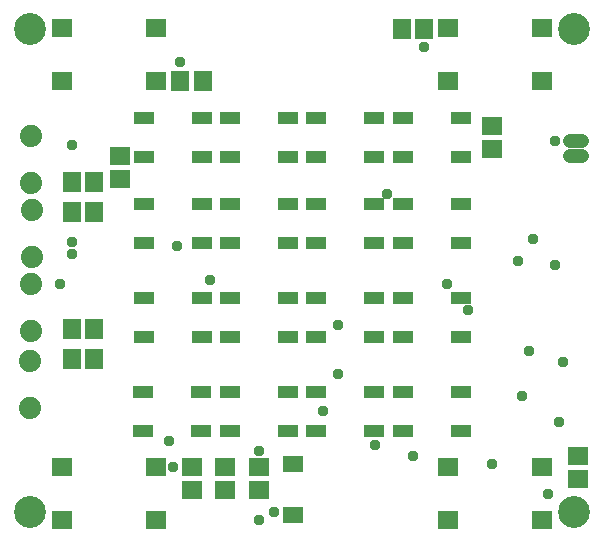
<source format=gbr>
G04 EAGLE Gerber RS-274X export*
G75*
%MOMM*%
%FSLAX34Y34*%
%LPD*%
%INSoldermask Top*%
%IPPOS*%
%AMOC8*
5,1,8,0,0,1.08239X$1,22.5*%
G01*
%ADD10C,2.703200*%
%ADD11C,1.879600*%
%ADD12C,1.211200*%
%ADD13R,1.753200X1.503200*%
%ADD14R,1.503200X1.703200*%
%ADD15R,1.703200X1.503200*%
%ADD16R,1.673200X1.473200*%
%ADD17R,1.703200X1.103200*%
%ADD18C,0.959600*%


D10*
X0Y0D03*
X0Y-409575D03*
X460375Y-409575D03*
X460375Y0D03*
D11*
X575Y-90525D03*
X575Y-130525D03*
D12*
X457185Y-107850D02*
X467265Y-107850D01*
X467265Y-95350D02*
X457185Y-95350D01*
D13*
X26925Y-44725D03*
X106425Y-44725D03*
X26925Y275D03*
X106425Y275D03*
D14*
X34950Y-130175D03*
X53950Y-130175D03*
X127025Y-44450D03*
X146025Y-44450D03*
D15*
X390525Y-82575D03*
X390525Y-101575D03*
D11*
X1250Y-193575D03*
X1250Y-153575D03*
D14*
X34950Y-155575D03*
X53950Y-155575D03*
D11*
X575Y-215950D03*
X575Y-255950D03*
D14*
X34950Y-254000D03*
X53950Y-254000D03*
D11*
X75Y-321325D03*
X75Y-281325D03*
D14*
X34950Y-279400D03*
X53950Y-279400D03*
D13*
X433450Y275D03*
X353950Y275D03*
X433450Y-44725D03*
X353950Y-44725D03*
D14*
X333350Y0D03*
X314350Y0D03*
D13*
X353950Y-416200D03*
X433450Y-416200D03*
X353950Y-371200D03*
X433450Y-371200D03*
D15*
X463550Y-380975D03*
X463550Y-361975D03*
D13*
X26925Y-416200D03*
X106425Y-416200D03*
X26925Y-371200D03*
X106425Y-371200D03*
D15*
X136525Y-390500D03*
X136525Y-371500D03*
X193675Y-371500D03*
X193675Y-390500D03*
X165100Y-390500D03*
X165100Y-371500D03*
D16*
X222250Y-369025D03*
X222250Y-412025D03*
D15*
X76200Y-107975D03*
X76200Y-126975D03*
D17*
X145150Y-108575D03*
X145150Y-75575D03*
X96150Y-75575D03*
X96150Y-108575D03*
X218175Y-108575D03*
X218175Y-75575D03*
X169175Y-75575D03*
X169175Y-108575D03*
X291200Y-108575D03*
X291200Y-75575D03*
X242200Y-75575D03*
X242200Y-108575D03*
X364225Y-108575D03*
X364225Y-75575D03*
X315225Y-75575D03*
X315225Y-108575D03*
X315225Y-148600D03*
X315225Y-181600D03*
X364225Y-181600D03*
X364225Y-148600D03*
X242200Y-148600D03*
X242200Y-181600D03*
X291200Y-181600D03*
X291200Y-148600D03*
X169175Y-148600D03*
X169175Y-181600D03*
X218175Y-181600D03*
X218175Y-148600D03*
X96150Y-148600D03*
X96150Y-181600D03*
X145150Y-181600D03*
X145150Y-148600D03*
X95225Y-307550D03*
X95225Y-340550D03*
X144225Y-340550D03*
X144225Y-307550D03*
X169175Y-307350D03*
X169175Y-340350D03*
X218175Y-340350D03*
X218175Y-307350D03*
X242200Y-307350D03*
X242200Y-340350D03*
X291200Y-340350D03*
X291200Y-307350D03*
X315225Y-307350D03*
X315225Y-340350D03*
X364225Y-340350D03*
X364225Y-307350D03*
X364225Y-260975D03*
X364225Y-227975D03*
X315225Y-227975D03*
X315225Y-260975D03*
X291200Y-260975D03*
X291200Y-227975D03*
X242200Y-227975D03*
X242200Y-260975D03*
X218175Y-260975D03*
X218175Y-227975D03*
X169175Y-227975D03*
X169175Y-260975D03*
X145150Y-260975D03*
X145150Y-227975D03*
X96150Y-227975D03*
X96150Y-260975D03*
D18*
X260350Y-250825D03*
X260350Y-292100D03*
X370810Y-238125D03*
X292100Y-352425D03*
X447675Y-333375D03*
X352425Y-216356D03*
X425450Y-177800D03*
X323850Y-361950D03*
X117475Y-349250D03*
X193675Y-357824D03*
X206375Y-409575D03*
X120650Y-371475D03*
X444450Y-200075D03*
X422275Y-273050D03*
X301697Y-139628D03*
X333375Y-15875D03*
X193675Y-415925D03*
X34925Y-98425D03*
X34925Y-180975D03*
X34925Y-190500D03*
X25400Y-215900D03*
X127000Y-28575D03*
X247650Y-323850D03*
X390525Y-368300D03*
X438150Y-393700D03*
X152400Y-212725D03*
X123825Y-184150D03*
X450850Y-282575D03*
X444500Y-95250D03*
X415925Y-311150D03*
X412750Y-196850D03*
M02*

</source>
